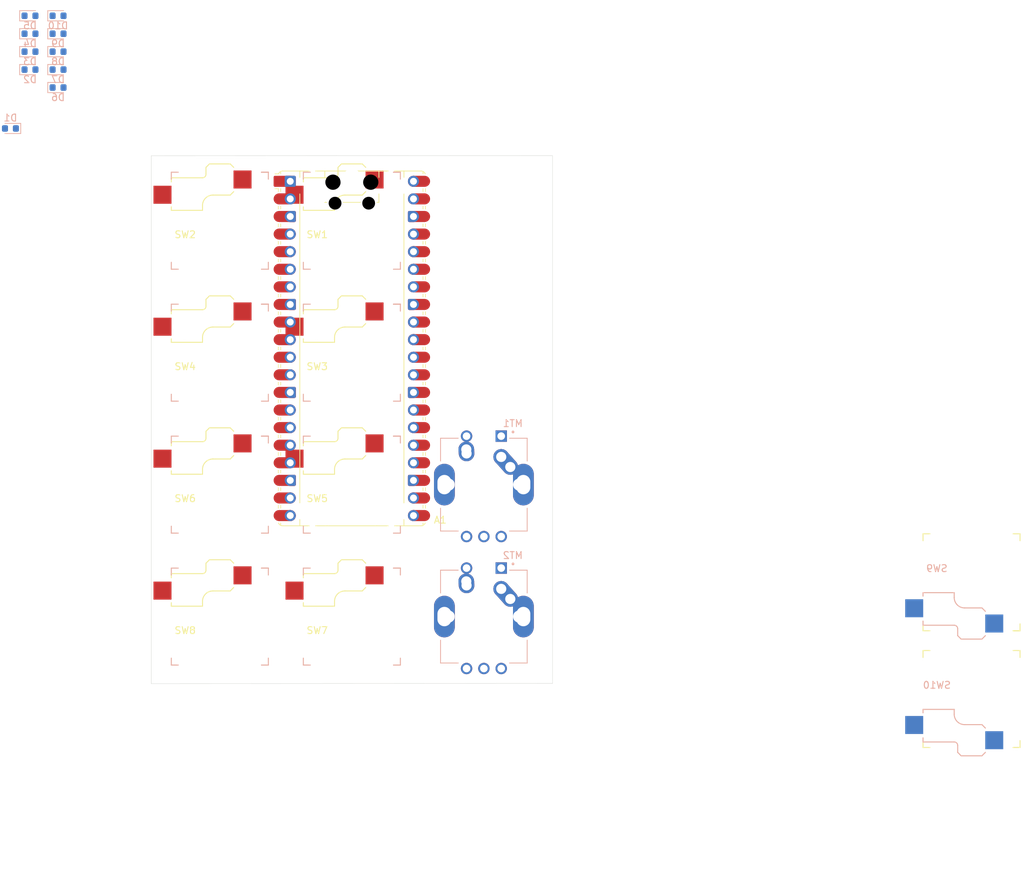
<source format=kicad_pcb>
(kicad_pcb (version 20241229) (generator "pcbnew") (generator_version "9.0")
  (layers (0 "F.Cu" signal) (4 "In1.Cu" signal) (6 "In2.Cu" signal) (2 "B.Cu" signal) (13 "F.Paste" user) (15 "B.Paste" user) (5 "F.SilkS" user "F.Silkscreen") (7 "B.SilkS" user "B.Silkscreen") (1 "F.Mask" user) (3 "B.Mask" user) (25 "Edge.Cuts" user))
  (net 0 "")
  (net 1 "col0")
  (net 2 "Net-(D_5-Pad2)")
  (net 3 "Net-(D_8-Pad2)")
  (net 4 "C0")
  (net 7 "R0")
  (net 8 "Net-(A1-GND-Pad13)")
  (net 11 "C1")
  (net 20 "R1")
  (net 24 "R3")
  (net 27 "R4")
  (net 36 "R2")
  (net 38 "Net-(D1-A)")
  (net 39 "Net-(D2-A)")
  (net 40 "Net-(D3-A)")
  (net 41 "Net-(D4-A)")
  (net 42 "Net-(D5-A)")
  (net 43 "Net-(D6-A)")
  (net 44 "Net-(D7-A)")
  (net 45 "Net-(D8-A)")
  (net 46 "Net-(D9-A)")
  (net 47 "Net-(D10-A)")
  (net 49 "Net-(MT1-SHIELD-PadS1)")
  (net 54 "Net-(MT2-SHIELD-PadS1)")
  (footprint "1_my_custom_libary_pretty:Kailh_socket_PG1350" (layer "F.Cu") (at 226.5725 103.99)
    (property "Reference" "SW9" (at -5 -2 0) (layer "B.SilkS") (effects (justify mirror)))
    (property "Value" "SWITCH")
    (pad "" np_thru_hole circle (at -5.5 0) (size 1.7018 1.7018) (drill 1.7018) (layers "*.Cu" "*.Mask"))
    (pad "" np_thru_hole circle (at -5 3.75) (size 3 3) (drill 3) (layers "*.Cu" "*.Mask"))
    (pad "" np_thru_hole circle (at 0 0) (size 3.429 3.429) (drill 3.429) (layers "*.Cu" "*.Mask"))
    (pad "" np_thru_hole circle (at 0 5.95) (size 3 3) (drill 3) (layers "*.Cu" "*.Mask"))
    (pad "" np_thru_hole circle (at 5.22 -4.2) (size 0.9906 0.9906) (drill 0.9906) (layers "*.Cu" "*.Mask"))
    (pad "" np_thru_hole circle (at 5.5 0) (size 1.7018 1.7018) (drill 1.7018) (layers "*.Cu" "*.Mask"))
    (pad "1" smd rect (at 3.275 5.95) (size 2.6 2.6) (layers "B.Cu" "B.Mask" "B.Paste") (net 46 "Net-(D9-A)"))
    (pad "2" smd rect (at -8.275 3.75) (size 2.6 2.6) (layers "B.Cu" "B.Mask" "B.Paste") (net 4 "C0"))
  )
  (footprint "Module:RaspberryPi_Pico_Common_Unspecified" (layer "F.Cu") (at 137.16 70.2275)
    (property "Reference" "A1" (at 11.7475 24.765 0) (layer "F.SilkS") (effects (justify left)))
    (property "Value" "RaspberryPi_Pico")
    (pad "" np_thru_hole circle (at -2.725 -24) (size 2.2 2.2) (drill 2.2) (layers "*.Mask"))
    (pad "" np_thru_hole circle (at -2.425 -20.97) (size 1.85 1.85) (drill 1.85) (layers "*.Mask"))
    (pad "" np_thru_hole circle (at 2.425 -20.97) (size 1.85 1.85) (drill 1.85) (layers "*.Mask"))
    (pad "" np_thru_hole circle (at 2.725 -24) (size 2.2 2.2) (drill 2.2) (layers "*.Mask"))
    (pad "1" smd custom (at -9.69 -24.13) (size 1.6 0.8) (layers "F.Cu" "F.Mask") (options (clearance outline) (anchor rect)) (primitives (gr_circle (center 0.8 0) (end 1.6 0) (width 0) (fill yes)) (gr_poly (pts (xy -1.6 -0.6) (xy -1.6 0.6) (xy -1.4 0.8) (xy 0.8 0.8) (xy 0.8 -0.8) (xy -1.4 -0.8)) (width 0) (fill yes)) (gr_circle (center -1.4 -0.6) (end -1.2 -0.6) (width 0) (fill yes)) (gr_circle (center -1.4 0.6) (end -1.2 0.6) (width 0) (fill yes))))
    (pad "1" thru_hole roundrect (at -8.89 -24.13) (size 1.6 1.6) (drill 1) (layers "*.Cu" "*.Mask") (roundrect_rratio 0.125))
    (pad "2" smd roundrect (at -9.69 -21.59) (size 3.2 1.6) (layers "F.Cu" "F.Mask") (roundrect_rratio 0.5) (net 4 "C0"))
    (pad "2" thru_hole circle (at -8.89 -21.59) (size 1.6 1.6) (drill 1) (layers "*.Cu" "*.Mask") (net 4 "C0"))
    (pad "3" smd custom (at -9.69 -19.05) (size 1.6 0.8) (layers "F.Cu" "F.Mask") (net 8 "Net-(A1-GND-Pad13)") (options (clearance outline) (anchor rect)) (primitives (gr_circle (center -0.8 0) (end 0 0) (width 0) (fill yes)) (gr_poly (pts (xy 1.6 -0.6) (xy 1.6 0.6) (xy 1.4 0.8) (xy -0.8 0.8) (xy -0.8 -0.8) (xy 1.4 -0.8)) (width 0) (fill yes)) (gr_circle (center 1.4 -0.6) (end 1.6 -0.6) (width 0) (fill yes)) (gr_circle (center 1.4 0.6) (end 1.6 0.6) (width 0) (fill yes))))
    (pad "3" thru_hole custom (at -8.89 -19.05) (size 1.6 1.6) (drill 1) (layers "*.Cu" "*.Mask") (net 8 "Net-(A1-GND-Pad13)") (options (clearance outline) (anchor circle)) (primitives (gr_poly (pts (xy 0.8 0.6) (xy 0.8 -0.6) (xy 0.6 -0.8) (xy 0 -0.8) (xy 0 0.8) (xy 0.6 0.8)) (width 0) (fill yes)) (gr_circle (center 0.6 0.6) (end 0.8 0.6) (width 0) (fill yes)) (gr_circle (center 0.6 -0.6) (end 0.8 -0.6) (width 0) (fill yes))))
    (pad "4" smd roundrect (at -9.69 -16.51) (size 3.2 1.6) (layers "F.Cu" "F.Mask") (roundrect_rratio 0.5) (net 11 "C1"))
    (pad "4" thru_hole circle (at -8.89 -16.51) (size 1.6 1.6) (drill 1) (layers "*.Cu" "*.Mask") (net 11 "C1"))
    (pad "5" smd roundrect (at -9.69 -13.97) (size 3.2 1.6) (layers "F.Cu" "F.Mask") (roundrect_rratio 0.5) (net 7 "R0"))
    (pad "5" thru_hole circle (at -8.89 -13.97) (size 1.6 1.6) (drill 1) (layers "*.Cu" "*.Mask") (net 7 "R0"))
    (pad "6" smd roundrect (at -9.69 -11.43) (size 3.2 1.6) (layers "F.Cu" "F.Mask") (roundrect_rratio 0.5) (net 20 "R1"))
    (pad "6" thru_hole circle (at -8.89 -11.43) (size 1.6 1.6) (drill 1) (layers "*.Cu" "*.Mask") (net 20 "R1"))
    (pad "7" smd roundrect (at -9.69 -8.89) (size 3.2 1.6) (layers "F.Cu" "F.Mask") (roundrect_rratio 0.5) (net 36 "R2"))
    (pad "7" thru_hole circle (at -8.89 -8.89) (size 1.6 1.6) (drill 1) (layers "*.Cu" "*.Mask") (net 36 "R2"))
    (pad "8" smd custom (at -9.69 -6.35) (size 1.6 0.8) (layers "F.Cu" "F.Mask") (net 8 "Net-(A1-GND-Pad13)") (options (clearance outline) (anchor rect)) (primitives (gr_circle (center -0.8 0) (end 0 0) (width 0) (fill yes)) (gr_poly (pts (xy 1.6 -0.6) (xy 1.6 0.6) (xy 1.4 0.8) (xy -0.8 0.8) (xy -0.8 -0.8) (xy 1.4 -0.8)) (width 0) (fill yes)) (gr_circle (center 1.4 -0.6) (end 1.6 -0.6) (width 0) (fill yes)) (gr_circle (center 1.4 0.6) (end 1.6 0.6) (width 0) (fill yes))))
    (pad "8" thru_hole custom (at -8.89 -6.35) (size 1.6 1.6) (drill 1) (layers "*.Cu" "*.Mask") (net 8 "Net-(A1-GND-Pad13)") (options (clearance outline) (anchor circle)) (primitives (gr_poly (pts (xy 0.8 0.6) (xy 0.8 -0.6) (xy 0.6 -0.8) (xy 0 -0.8) (xy 0 0.8) (xy 0.6 0.8)) (width 0) (fill yes)) (gr_circle (center 0.6 0.6) (end 0.8 0.6) (width 0) (fill yes)) (gr_circle (center 0.6 -0.6) (end 0.8 -0.6) (width 0) (fill yes))))
    (pad "9" smd roundrect (at -9.69 -3.81) (size 3.2 1.6) (layers "F.Cu" "F.Mask") (roundrect_rratio 0.5) (net 24 "R3"))
    (pad "9" thru_hole circle (at -8.89 -3.81) (size 1.6 1.6) (drill 1) (layers "*.Cu" "*.Mask") (net 24 "R3"))
    (pad "10" smd roundrect (at -9.69 -1.27) (size 3.2 1.6) (layers "F.Cu" "F.Mask") (roundrect_rratio 0.5) (net 27 "R4"))
    (pad "10" thru_hole circle (at -8.89 -1.27) (size 1.6 1.6) (drill 1) (layers "*.Cu" "*.Mask") (net 27 "R4"))
    (pad "11" smd roundrect (at -9.69 1.27) (size 3.2 1.6) (layers "F.Cu" "F.Mask") (roundrect_rratio 0.5))
    (pad "11" thru_hole circle (at -8.89 1.27) (size 1.6 1.6) (drill 1) (layers "*.Cu" "*.Mask"))
    (pad "12" smd roundrect (at -9.69 3.81) (size 3.2 1.6) (layers "F.Cu" "F.Mask") (roundrect_rratio 0.5))
    (pad "12" thru_hole circle (at -8.89 3.81) (size 1.6 1.6) (drill 1) (layers "*.Cu" "*.Mask"))
    (pad "13" smd custom (at -9.69 6.35) (size 1.6 0.8) (layers "F.Cu" "F.Mask") (net 8 "Net-(A1-GND-Pad13)") (options (clearance outline) (anchor rect)) (primitives (gr_circle (center -0.8 0) (end 0 0) (width 0) (fill yes)) (gr_poly (pts (xy 1.6 -0.6) (xy 1.6 0.6) (xy 1.4 0.8) (xy -0.8 0.8) (xy -0.8 -0.8) (xy 1.4 -0.8)) (width 0) (fill yes)) (gr_circle (center 1.4 -0.6) (end 1.6 -0.6) (width 0) (fill yes)) (gr_circle (center 1.4 0.6) (end 1.6 0.6) (width 0) (fill yes))))
    (pad "13" thru_hole custom (at -8.89 6.35) (size 1.6 1.6) (drill 1) (layers "*.Cu" "*.Mask") (net 8 "Net-(A1-GND-Pad13)") (options (clearance outline) (anchor circle)) (primitives (gr_poly (pts (xy 0.8 0.6) (xy 0.8 -0.6) (xy 0.6 -0.8) (xy 0 -0.8) (xy 0 0.8) (xy 0.6 0.8)) (width 0) (fill yes)) (gr_circle (center 0.6 0.6) (end 0.8 0.6) (width 0) (fill yes)) (gr_circle (center 0.6 -0.6) (end 0.8 -0.6) (width 0) (fill yes))))
    (pad "14" smd roundrect (at -9.69 8.89) (size 3.2 1.6) (layers "F.Cu" "F.Mask") (roundrect_rratio 0.5))
    (pad "14" thru_hole circle (at -8.89 8.89) (size 1.6 1.6) (drill 1) (layers "*.Cu" "*.Mask"))
    (pad "15" smd roundrect (at -9.69 11.43) (size 3.2 1.6) (layers "F.Cu" "F.Mask") (roundrect_rratio 0.5))
    (pad "15" thru_hole circle (at -8.89 11.43) (size 1.6 1.6) (drill 1) (layers "*.Cu" "*.Mask"))
    (pad "16" smd roundrect (at -9.69 13.97) (size 3.2 1.6) (layers "F.Cu" "F.Mask") (roundrect_rratio 0.5))
    (pad "16" thru_hole circle (at -8.89 13.97) (size 1.6 1.6) (drill 1) (layers "*.Cu" "*.Mask"))
    (pad "17" smd roundrect (at -9.69 16.51) (size 3.2 1.6) (layers "F.Cu" "F.Mask") (roundrect_rratio 0.5))
    (pad "17" thru_hole circle (at -8.89 16.51) (size 1.6 1.6) (drill 1) (layers "*.Cu" "*.Mask"))
    (pad "18" smd custom (at -9.69 19.05) (size 1.6 0.8) (layers "F.Cu" "F.Mask") (net 8 "Net-(A1-GND-Pad13)") (options (clearance outline) (anchor rect)) (primitives (gr_circle (center -0.8 0) (end 0 0) (width 0) (fill yes)) (gr_poly (pts (xy 1.6 -0.6) (xy 1.6 0.6) (xy 1.4 0.8) (xy -0.8 0.8) (xy -0.8 -0.8) (xy 1.4 -0.8)) (width 0) (fill yes)) (gr_circle (center 1.4 -0.6) (end 1.6 -0.6) (width 0) (fill yes)) (gr_circle (center 1.4 0.6) (end 1.6 0.6) (width 0) (fill yes))))
    (pad "18" thru_hole custom (at -8.89 19.05) (size 1.6 1.6) (drill 1) (layers "*.Cu" "*.Mask") (net 8 "Net-(A1-GND-Pad13)") (options (clearance outline) (anchor circle)) (primitives (gr_poly (pts (xy 0.8 0.6) (xy 0.8 -0.6) (xy 0.6 -0.8) (xy 0 -0.8) (xy 0 0.8) (xy 0.6 0.8)) (width 0) (fill yes)) (gr_circle (center 0.6 0.6) (end 0.8 0.6) (width 0) (fill yes)) (gr_circle (center 0.6 -0.6) (end 0.8 -0.6) (width 0) (fill yes))))
    (pad "19" smd roundrect (at -9.69 21.59) (size 3.2 1.6) (layers "F.Cu" "F.Mask") (roundrect_rratio 0.5))
    (pad "19" thru_hole circle (at -8.89 21.59) (size 1.6 1.6) (drill 1) (layers "*.Cu" "*.Mask"))
    (pad "20" smd roundrect (at -9.69 24.13) (size 3.2 1.6) (layers "F.Cu" "F.Mask") (roundrect_rratio 0.5))
    (pad "20" thru_hole circle (at -8.89 24.13) (size 1.6 1.6) (drill 1) (layers "*.Cu" "*.Mask"))
    (pad "21" thru_hole circle (at 8.89 24.13) (size 1.6 1.6) (drill 1) (layers "*.Cu" "*.Mask"))
    (pad "21" smd roundrect (at 9.69 24.13) (size 3.2 1.6) (layers "F.Cu" "F.Mask") (roundrect_rratio 0.5))
    (pad "22" thru_hole circle (at 8.89 21.59) (size 1.6 1.6) (drill 1) (layers "*.Cu" "*.Mask"))
    (pad "22" smd roundrect (at 9.69 21.59) (size 3.2 1.6) (layers "F.Cu" "F.Mask") (roundrect_rratio 0.5))
    (pad "23" thru_hole custom (at 8.89 19.05) (size 1.6 1.6) (drill 1) (layers "*.Cu" "*.Mask") (net 8 "Net-(A1-GND-Pad13)") (options (clearance outline) (anchor circle)) (primitives (gr_poly (pts (xy -0.8 0.6) (xy -0.8 -0.6) (xy -0.6 -0.8) (xy 0 -0.8) (xy 0 0.8) (xy -0.6 0.8)) (width 0) (fill yes)) (gr_circle (center -0.6 0.6) (end -0.4 0.6) (width 0) (fill yes)) (gr_circle (center -0.6 -0.6) (end -0.4 -0.6) (width 0) (fill yes))))
    (pad "23" smd custom (at 9.69 19.05) (size 1.6 0.8) (layers "F.Cu" "F.Mask") (net 8 "Net-(A1-GND-Pad13)") (options (clearance outline) (anchor rect)) (primitives (gr_circle (center 0.8 0) (end 1.6 0) (width 0) (fill yes)) (gr_poly (pts (xy -1.6 -0.6) (xy -1.6 0.6) (xy -1.4 0.8) (xy 0.8 0.8) (xy 0.8 -0.8) (xy -1.4 -0.8)) (width 0) (fill yes)) (gr_circle (center -1.4 -0.6) (end -1.2 -0.6) (width 0) (fill yes)) (gr_circle (center -1.4 0.6) (end -1.2 0.6) (width 0) (fill yes))))
    (pad "24" thru_hole circle (at 8.89 16.51) (size 1.6 1.6) (drill 1) (layers "*.Cu" "*.Mask"))
    (pad "24" smd roundrect (at 9.69 16.51) (size 3.2 1.6) (layers "F.Cu" "F.Mask") (roundrect_rratio 0.5))
    (pad "25" thru_hole circle (at 8.89 13.97) (size 1.6 1.6) (drill 1) (layers "*.Cu" "*.Mask"))
    (pad "25" smd roundrect (at 9.69 13.97) (size 3.2 1.6) (layers "F.Cu" "F.Mask") (roundrect_rratio 0.5))
    (pad "26" thru_hole circle (at 8.89 11.43) (size 1.6 1.6) (drill 1) (layers "*.Cu" "*.Mask"))
    (pad "26" smd roundrect (at 9.69 11.43) (size 3.2 1.6) (layers "F.Cu" "F.Mask") (roundrect_rratio 0.5))
    (pad "27" thru_hole circle (at 8.89 8.89) (size 1.6 1.6) (drill 1) (layers "*.Cu" "*.Mask"))
    (pad "27" smd roundrect (at 9.69 8.89) (size 3.2 1.6) (layers "F.Cu" "F.Mask") (roundrect_rratio 0.5))
    (pad "28" thru_hole custom (at 8.89 6.35) (size 1.6 1.6) (drill 1) (layers "*.Cu" "*.Mask") (net 8 "Net-(A1-GND-Pad13)") (options (clearance outline) (anchor circle)) (primitives (gr_poly (pts (xy -0.8 0.6) (xy -0.8 -0.6) (xy -0.6 -0.8) (xy 0 -0.8) (xy 0 0.8) (xy -0.6 0.8)) (width 0) (fill yes)) (gr_circle (center -0.6 0.6) (end -0.4 0.6) (width 0) (fill yes)) (gr_circle (center -0.6 -0.6) (end -0.4 -0.6) (width 0) (fill yes))))
    (pad "28" smd custom (at 9.69 6.35) (size 1.6 0.8) (layers "F.Cu" "F.Mask") (net 8 "Net-(A1-GND-Pad13)") (options (clearance outline) (anchor rect)) (primitives (gr_circle (center 0.8 0) (end 1.6 0) (width 0) (fill yes)) (gr_poly (pts (xy -1.6 -0.6) (xy -1.6 0.6) (xy -1.4 0.8) (xy 0.8 0.8) (xy 0.8 -0.8) (xy -1.4 -0.8)) (width 0) (fill yes)) (gr_circle (center -1.4 -0.6) (end -1.2 -0.6) (width 0) (fill yes)) (gr_circle (center -1.4 0.6) (end -1.2 0.6) (width 0) (fill yes))))
    (pad "29" thru_hole circle (at 8.89 3.81) (size 1.6 1.6) (drill 1) (layers "*.Cu" "*.Mask"))
    (pad "29" smd roundrect (at 9.69 3.81) (size 3.2 1.6) (layers "F.Cu" "F.Mask") (roundrect_rratio 0.5))
    (pad "30" thru_hole circle (at 8.89 1.27) (size 1.6 1.6) (drill 1) (layers "*.Cu" "*.Mask"))
    (pad "30" smd roundrect (at 9.69 1.27) (size 3.2 1.6) (layers "F.Cu" "F.Mask") (roundrect_rratio 0.5))
    (pad "31" thru_hole circle (at 8.89 -1.27) (size 1.6 1.6) (drill 1) (layers "*.Cu" "*.Mask"))
    (pad "31" smd roundrect (at 9.69 -1.27) (size 3.2 1.6) (layers "F.Cu" "F.Mask") (roundrect_rratio 0.5))
    (pad "32" thru_hole circle (at 8.89 -3.81) (size 1.6 1.6) (drill 1) (layers "*.Cu" "*.Mask"))
    (pad "32" smd roundrect (at 9.69 -3.81) (size 3.2 1.6) (layers "F.Cu" "F.Mask") (roundrect_rratio 0.5))
    (pad "33" thru_hole custom (at 8.89 -6.35) (size 1.6 1.6) (drill 1) (layers "*.Cu" "*.Mask") (options (clearance outline) (anchor circle)) (primitives (gr_poly (pts (xy -0.8 0.6) (xy -0.8 -0.6) (xy -0.6 -0.8) (xy 0 -0.8) (xy 0 0.8) (xy -0.6 0.8)) (width 0) (fill yes)) (gr_circle (center -0.6 0.6) (end -0.4 0.6) (width 0) (fill yes)) (gr_circle (center -0.6 -0.6) (end -0.4 -0.6) (width 0) (fill yes))))
    (pad "33" smd custom (at 9.69 -6.35) (size 1.6 0.8) (layers "F.Cu" "F.Mask") (options (clearance outline) (anchor rect)) (primitives (gr_circle (center 0.8 0) (end 1.6 0) (width 0) (fill yes)) (gr_poly (pts (xy -1.6 -0.6) (xy -1.6 0.6) (xy -1.4 0.8) (xy 0.8 0.8) (xy 0.8 -0.8) (xy -1.4 -0.8)) (width 0) (fill yes)) (gr_circle (center -1.4 -0.6) (end -1.2 -0.6) (width 0) (fill yes)) (gr_circle (center -1.4 0.6) (end -1.2 0.6) (width 0) (fill yes))))
    (pad "34" thru_hole circle (at 8.89 -8.89) (size 1.6 1.6) (drill 1) (layers "*.Cu" "*.Mask"))
    (pad "34" smd roundrect (at 9.69 -8.89) (size 3.2 1.6) (layers "F.Cu" "F.Mask") (roundrect_rratio 0.5))
    (pad "35" thru_hole circle (at 8.89 -11.43) (size 1.6 1.6) (drill 1) (layers "*.Cu" "*.Mask"))
    (pad "35" smd roundrect (at 9.69 -11.43) (size 3.2 1.6) (layers "F.Cu" "F.Mask") (roundrect_rratio 0.5))
    (pad "36" thru_hole circle (at 8.89 -13.97) (size 1.6 1.6) (drill 1) (layers "*.Cu" "*.Mask"))
    (pad "36" smd roundrect (at 9.69 -13.97) (size 3.2 1.6) (layers "F.Cu" "F.Mask") (roundrect_rratio 0.5))
    (pad "37" thru_hole circle (at 8.89 -16.51) (size 1.6 1.6) (drill 1) (layers "*.Cu" "*.Mask"))
    (pad "37" smd roundrect (at 9.69 -16.51) (size 3.2 1.6) (layers "F.Cu" "F.Mask") (roundrect_rratio 0.5))
    (pad "38" thru_hole custom (at 8.89 -19.05) (size 1.6 1.6) (drill 1) (layers "*.Cu" "*.Mask") (net 8 "Net-(A1-GND-Pad13)") (options (clearance outline) (anchor circle)) (primitives (gr_poly (pts (xy -0.8 0.6) (xy -0.8 -0.6) (xy -0.6 -0.8) (xy 0 -0.8) (xy 0 0.8) (xy -0.6 0.8)) (width 0) (fill yes)) (gr_circle (center -0.6 0.6) (end -0.4 0.6) (width 0) (fill yes)) (gr_circle (center -0.6 -0.6) (end -0.4 -0.6) (width 0) (fill yes))))
    (pad "38" smd custom (at 9.69 -19.05) (size 1.6 0.8) (layers "F.Cu" "F.Mask") (net 8 "Net-(A1-GND-Pad13)") (options (clearance outline) (anchor rect)) (primitives (gr_circle (center 0.8 0) (end 1.6 0) (width 0) (fill yes)) (gr_poly (pts (xy -1.6 -0.6) (xy -1.6 0.6) (xy -1.4 0.8) (xy 0.8 0.8) (xy 0.8 -0.8) (xy -1.4 -0.8)) (width 0) (fill yes)) (gr_circle (center -1.4 -0.6) (end -1.2 -0.6) (width 0) (fill yes)) (gr_circle (center -1.4 0.6) (end -1.2 0.6) (width 0) (fill yes))))
    (pad "39" thru_hole circle (at 8.89 -21.59) (size 1.6 1.6) (drill 1) (layers "*.Cu" "*.Mask"))
    (pad "39" smd roundrect (at 9.69 -21.59) (size 3.2 1.6) (layers "F.Cu" "F.Mask") (roundrect_rratio 0.5))
    (pad "40" thru_hole circle (at 8.89 -24.13) (size 1.6 1.6) (drill 1) (layers "*.Cu" "*.Mask"))
    (pad "40" smd roundrect (at 9.69 -24.13) (size 3.2 1.6) (layers "F.Cu" "F.Mask") (roundrect_rratio 0.5))
  )
  (footprint "1_my_custom_libary_pretty:Kailh_socket_PG1350" (layer "F.Cu") (at 226.5725 120.84)
    (property "Reference" "SW10" (at -5 -2 0) (layer "B.SilkS") (effects (justify mirror)))
    (property "Value" "SWITCH")
    (pad "" np_thru_hole circle (at -5.5 0) (size 1.7018 1.7018) (drill 1.7018) (layers "*.Cu" "*.Mask"))
    (pad "" np_thru_hole circle (at -5 3.75) (size 3 3) (drill 3) (layers "*.Cu" "*.Mask"))
    (pad "" np_thru_hole circle (at 0 0) (size 3.429 3.429) (drill 3.429) (layers "*.Cu" "*.Mask"))
    (pad "" np_thru_hole circle (at 0 5.95) (size 3 3) (drill 3) (layers "*.Cu" "*.Mask"))
    (pad "" np_thru_hole circle (at 5.22 -4.2) (size 0.9906 0.9906) (drill 0.9906) (layers "*.Cu" "*.Mask"))
    (pad "" np_thru_hole circle (at 5.5 0) (size 1.7018 1.7018) (drill 1.7018) (layers "*.Cu" "*.Mask"))
    (pad "1" smd rect (at 3.275 5.95) (size 2.6 2.6) (layers "B.Cu" "B.Mask" "B.Paste") (net 47 "Net-(D10-A)"))
    (pad "2" smd rect (at -8.275 3.75) (size 2.6 2.6) (layers "B.Cu" "B.Mask" "B.Paste") (net 11 "C1"))
  )
  (footprint "MX_Alps_Hybrid:MX-1U-NoLED" (layer "B.Cu") (at 156.21 89.88875 180)
    (property "Reference" "K_5")
    (property "Value" "KEYSW")
    (pad "" np_thru_hole circle (at -5.08 0 131.9004) (size 1.75 1.75) (drill 1.75) (layers "*.Cu" "*.Mask"))
    (pad "" np_thru_hole circle (at 0 0 180) (size 3.9878 3.9878) (drill 3.9878) (layers "*.Cu" "*.Mask"))
    (pad "" np_thru_hole circle (at 5.08 0 131.9004) (size 1.75 1.75) (drill 1.75) (layers "*.Cu" "*.Mask"))
    (pad "1" thru_hole oval (at -3.81 2.54 131.9004) (size 4.211556 2.25) (drill 1.47 (offset 0.980778 0)) (layers "*.Cu" "F.Mask") (net 1 "col0"))
    (pad "1" thru_hole circle (at -2.5 4 180) (size 2.25 2.25) (drill 1.47) (layers "*.Cu" "F.Mask") (net 1 "col0"))
    (pad "2" thru_hole oval (at 2.5 4.5 93.9452) (size 2.831378 2.25) (drill 1.47 (offset 0.290689 0)) (layers "*.Cu" "F.Mask") (net 2 "Net-(D_5-Pad2)"))
    (pad "2" thru_hole circle (at 2.54 5.08 180) (size 2.25 2.25) (drill 1.47) (layers "*.Cu" "F.Mask") (net 2 "Net-(D_5-Pad2)"))
  )
  (footprint "1_my_custom_libary_pretty:XDCR_PEC11R-4215F-S0024" (layer "B.Cu") (at 156.21 89.88875 180)
    (property "Reference" "MT1" (at -4.175 8.835 0) (layer "B.SilkS") (effects (justify mirror)))
    (property "Value" "PEC11R-4215F-S0024")
    (pad "1" thru_hole rect (at -2.5 7 180) (size 1.65 1.65) (drill 1.1) (layers "*.Cu" "*.Mask"))
    (pad "2" thru_hole circle (at 2.5 7 180) (size 1.65 1.65) (drill 1.1) (layers "*.Cu" "*.Mask"))
    (pad "A" thru_hole circle (at -2.5 -7.5 180) (size 1.65 1.65) (drill 1.1) (layers "*.Cu" "*.Mask"))
    (pad "B" thru_hole circle (at 2.5 -7.5 180) (size 1.65 1.65) (drill 1.1) (layers "*.Cu" "*.Mask"))
    (pad "COM" thru_hole circle (at 0 -7.5 180) (size 1.65 1.65) (drill 1.1) (layers "*.Cu" "*.Mask"))
    (pad "S1" thru_hole oval (at -5.7 0 180) (size 3 6) (drill oval 2 2.8) (layers "*.Cu" "*.Mask") (net 49 "Net-(MT1-SHIELD-PadS1)"))
    (pad "S2" thru_hole oval (at 5.7 0 180) (size 3 6) (drill oval 2 2.8) (layers "*.Cu" "*.Mask") (net 49 "Net-(MT1-SHIELD-PadS1)"))
  )
  (footprint "MX_Alps_Hybrid:MX-1U-NoLED" (layer "B.Cu") (at 156.21 108.93875 180)
    (property "Reference" "K_8")
    (property "Value" "KEYSW")
    (pad "" np_thru_hole circle (at -5.08 0 131.9004) (size 1.75 1.75) (drill 1.75) (layers "*.Cu" "*.Mask"))
    (pad "" np_thru_hole circle (at 0 0 180) (size 3.9878 3.9878) (drill 3.9878) (layers "*.Cu" "*.Mask"))
    (pad "" np_thru_hole circle (at 5.08 0 131.9004) (size 1.75 1.75) (drill 1.75) (layers "*.Cu" "*.Mask"))
    (pad "1" thru_hole oval (at -3.81 2.54 131.9004) (size 4.211556 2.25) (drill 1.47 (offset 0.980778 0)) (layers "*.Cu" "F.Mask") (net 1 "col0"))
    (pad "1" thru_hole circle (at -2.5 4 180) (size 2.25 2.25) (drill 1.47) (layers "*.Cu" "F.Mask") (net 1 "col0"))
    (pad "2" thru_hole oval (at 2.5 4.5 93.9452) (size 2.831378 2.25) (drill 1.47 (offset 0.290689 0)) (layers "*.Cu" "F.Mask") (net 3 "Net-(D_8-Pad2)"))
    (pad "2" thru_hole circle (at 2.54 5.08 180) (size 2.25 2.25) (drill 1.47) (layers "*.Cu" "F.Mask") (net 3 "Net-(D_8-Pad2)"))
  )
  (footprint "Diode_SMD:D_0603_1608Metric" (layer "B.Cu") (at 90.7175 22.202)
    (property "Reference" "D5" (at 0 1.43 180) (layer "B.SilkS") (effects (justify mirror)))
    (property "Value" "D")
    (pad "1" smd roundrect (at -0.7875 0) (size 0.875 0.95) (layers "B.Cu" "B.Mask" "B.Paste") (net 36 "R2"))
    (pad "2" smd roundrect (at 0.7875 0) (size 0.875 0.95) (layers "B.Cu" "B.Mask" "B.Paste") (net 42 "Net-(D5-A)"))
  )
  (footprint "Diode_SMD:D_0603_1608Metric" (layer "B.Cu") (at 94.7675 22.202)
    (property "Reference" "D10" (at 0 1.43 180) (layer "B.SilkS") (effects (justify mirror)))
    (property "Value" "D")
    (pad "1" smd roundrect (at -0.7875 0) (size 0.875 0.95) (layers "B.Cu" "B.Mask" "B.Paste") (net 27 "R4"))
    (pad "2" smd roundrect (at 0.7875 0) (size 0.875 0.95) (layers "B.Cu" "B.Mask" "B.Paste") (net 47 "Net-(D10-A)"))
  )
  (footprint "1_my_custom_libary_pretty:Kailh_socket_PG1350" (layer "B.Cu") (at 118.11 89.88875)
    (property "Reference" "SW6" (at -5 2 0) (layer "F.SilkS"))
    (property "Value" "SWITCH")
    (pad "" np_thru_hole circle (at -5.5 0) (size 1.7018 1.7018) (drill 1.7018) (layers "*.Cu" "*.Mask"))
    (pad "" np_thru_hole circle (at -5 -3.75) (size 3 3) (drill 3) (layers "*.Cu" "*.Mask"))
    (pad "" np_thru_hole circle (at 0 -5.95) (size 3 3) (drill 3) (layers "*.Cu" "*.Mask"))
    (pad "" np_thru_hole circle (at 0 0) (size 3.429 3.429) (drill 3.429) (layers "*.Cu" "*.Mask"))
    (pad "" np_thru_hole circle (at 5.22 4.2) (size 0.9906 0.9906) (drill 0.9906) (layers "*.Cu" "*.Mask"))
    (pad "" np_thru_hole circle (at 5.5 0) (size 1.7018 1.7018) (drill 1.7018) (layers "*.Cu" "*.Mask"))
    (pad "1" smd rect (at 3.275 -5.95) (size 2.6 2.6) (layers "F.Cu" "F.Mask" "F.Paste") (net 42 "Net-(D5-A)"))
    (pad "2" smd rect (at -8.275 -3.75) (size 2.6 2.6) (layers "F.Cu" "F.Mask" "F.Paste") (net 4 "C0"))
  )
  (footprint "1_my_custom_libary_pretty:XDCR_PEC11R-4215F-S0024" (layer "B.Cu") (at 156.21 108.93875 180)
    (property "Reference" "MT2" (at -4.175 8.835 0) (layer "B.SilkS") (effects (justify mirror)))
    (property "Value" "PEC11R-4215F-S0024")
    (pad "1" thru_hole rect (at -2.5 7 180) (size 1.65 1.65) (drill 1.1) (layers "*.Cu" "*.Mask"))
    (pad "2" thru_hole circle (at 2.5 7 180) (size 1.65 1.65) (drill 1.1) (layers "*.Cu" "*.Mask"))
    (pad "A" thru_hole circle (at -2.5 -7.5 180) (size 1.65 1.65) (drill 1.1) (layers "*.Cu" "*.Mask"))
    (pad "B" thru_hole circle (at 2.5 -7.5 180) (size 1.65 1.65) (drill 1.1) (layers "*.Cu" "*.Mask"))
    (pad "COM" thru_hole circle (at 0 -7.5 180) (size 1.65 1.65) (drill 1.1) (layers "*.Cu" "*.Mask"))
    (pad "S1" thru_hole oval (at -5.7 0 180) (size 3 6) (drill oval 2 2.8) (layers "*.Cu" "*.Mask") (net 54 "Net-(MT2-SHIELD-PadS1)"))
    (pad "S2" thru_hole oval (at 5.7 0 180) (size 3 6) (drill oval 2 2.8) (layers "*.Cu" "*.Mask") (net 54 "Net-(MT2-SHIELD-PadS1)"))
  )
  (footprint "1_my_custom_libary_pretty:Kailh_socket_PG1350" (layer "B.Cu") (at 137.16 89.88875)
    (property "Reference" "SW5" (at -5 2 0) (layer "F.SilkS"))
    (property "Value" "SWITCH")
    (pad "" np_thru_hole circle (at -5.5 0) (size 1.7018 1.7018) (drill 1.7018) (layers "*.Cu" "*.Mask"))
    (pad "" np_thru_hole circle (at -5 -3.75) (size 3 3) (drill 3) (layers "*.Cu" "*.Mask"))
    (pad "" np_thru_hole circle (at 0 -5.95) (size 3 3) (drill 3) (layers "*.Cu" "*.Mask"))
    (pad "" np_thru_hole circle (at 0 0) (size 3.429 3.429) (drill 3.429) (layers "*.Cu" "*.Mask"))
    (pad "" np_thru_hole circle (at 5.22 4.2) (size 0.9906 0.9906) (drill 0.9906) (layers "*.Cu" "*.Mask"))
    (pad "" np_thru_hole circle (at 5.5 0) (size 1.7018 1.7018) (drill 1.7018) (layers "*.Cu" "*.Mask"))
    (pad "1" smd rect (at 3.275 -5.95) (size 2.6 2.6) (layers "F.Cu" "F.Mask" "F.Paste") (net 43 "Net-(D6-A)"))
    (pad "2" smd rect (at -8.275 -3.75) (size 2.6 2.6) (layers "F.Cu" "F.Mask" "F.Paste") (net 11 "C1"))
  )
  (footprint "Diode_SMD:D_0603_1608Metric" (layer "B.Cu") (at 90.7175 27.382)
    (property "Reference" "D3" (at 0 1.43 180) (layer "B.SilkS") (effects (justify mirror)))
    (property "Value" "D")
    (pad "1" smd roundrect (at -0.7875 0) (size 0.875 0.95) (layers "B.Cu" "B.Mask" "B.Paste") (net 20 "R1"))
    (pad "2" smd roundrect (at 0.7875 0) (size 0.875 0.95) (layers "B.Cu" "B.Mask" "B.Paste") (net 40 "Net-(D3-A)"))
  )
  (footprint "1_my_custom_libary_pretty:Kailh_socket_PG1350" (layer "B.Cu") (at 118.11 108.93875)
    (property "Reference" "SW8" (at -5 2 0) (layer "F.SilkS"))
    (property "Value" "SWITCH")
    (pad "" np_thru_hole circle (at -5.5 0) (size 1.7018 1.7018) (drill 1.7018) (layers "*.Cu" "*.Mask"))
    (pad "" np_thru_hole circle (at -5 -3.75) (size 3 3) (drill 3) (layers "*.Cu" "*.Mask"))
    (pad "" np_thru_hole circle (at 0 -5.95) (size 3 3) (drill 3) (layers "*.Cu" "*.Mask"))
    (pad "" np_thru_hole circle (at 0 0) (size 3.429 3.429) (drill 3.429) (layers "*.Cu" "*.Mask"))
    (pad "" np_thru_hole circle (at 5.22 4.2) (size 0.9906 0.9906) (drill 0.9906) (layers "*.Cu" "*.Mask"))
    (pad "" np_thru_hole circle (at 5.5 0) (size 1.7018 1.7018) (drill 1.7018) (layers "*.Cu" "*.Mask"))
    (pad "1" smd rect (at 3.275 -5.95) (size 2.6 2.6) (layers "F.Cu" "F.Mask" "F.Paste") (net 44 "Net-(D7-A)"))
    (pad "2" smd rect (at -8.275 -3.75) (size 2.6 2.6) (layers "F.Cu" "F.Mask" "F.Paste") (net 4 "C0"))
  )
  (footprint "1_my_custom_libary_pretty:Kailh_socket_PG1350" (layer "B.Cu") (at 118.11 70.83875)
    (property "Reference" "SW4" (at -5 2 0) (layer "F.SilkS"))
    (property "Value" "SWITCH")
    (pad "" np_thru_hole circle (at -5.5 0) (size 1.7018 1.7018) (drill 1.7018) (layers "*.Cu" "*.Mask"))
    (pad "" np_thru_hole circle (at -5 -3.75) (size 3 3) (drill 3) (layers "*.Cu" "*.Mask"))
    (pad "" np_thru_hole circle (at 0 -5.95) (size 3 3) (drill 3) (layers "*.Cu" "*.Mask"))
    (pad "" np_thru_hole circle (at 0 0) (size 3.429 3.429) (drill 3.429) (layers "*.Cu" "*.Mask"))
    (pad "" np_thru_hole circle (at 5.22 4.2) (size 0.9906 0.9906) (drill 0.9906) (layers "*.Cu" "*.Mask"))
    (pad "" np_thru_hole circle (at 5.5 0) (size 1.7018 1.7018) (drill 1.7018) (layers "*.Cu" "*.Mask"))
    (pad "1" smd rect (at 3.275 -5.95) (size 2.6 2.6) (layers "F.Cu" "F.Mask" "F.Paste") (net 40 "Net-(D3-A)"))
    (pad "2" smd rect (at -8.275 -3.75) (size 2.6 2.6) (layers "F.Cu" "F.Mask" "F.Paste") (net 4 "C0"))
  )
  (footprint "Diode_SMD:D_0603_1608Metric" (layer "B.Cu") (at 94.7675 32.562)
    (property "Reference" "D6" (at 0 1.43 180) (layer "B.SilkS") (effects (justify mirror)))
    (property "Value" "D")
    (pad "1" smd roundrect (at -0.7875 0) (size 0.875 0.95) (layers "B.Cu" "B.Mask" "B.Paste") (net 36 "R2"))
    (pad "2" smd roundrect (at 0.7875 0) (size 0.875 0.95) (layers "B.Cu" "B.Mask" "B.Paste") (net 43 "Net-(D6-A)"))
  )
  (footprint "1_my_custom_libary_pretty:Kailh_socket_PG1350" (layer "B.Cu") (at 137.16 70.83875)
    (property "Reference" "SW3" (at -5 2 0) (layer "F.SilkS"))
    (property "Value" "SWITCH")
    (pad "" np_thru_hole circle (at -5.5 0) (size 1.7018 1.7018) (drill 1.7018) (layers "*.Cu" "*.Mask"))
    (pad "" np_thru_hole circle (at -5 -3.75) (size 3 3) (drill 3) (layers "*.Cu" "*.Mask"))
    (pad "" np_thru_hole circle (at 0 -5.95) (size 3 3) (drill 3) (layers "*.Cu" "*.Mask"))
    (pad "" np_thru_hole circle (at 0 0) (size 3.429 3.429) (drill 3.429) (layers "*.Cu" "*.Mask"))
    (pad "" np_thru_hole circle (at 5.22 4.2) (size 0.9906 0.9906) (drill 0.9906) (layers "*.Cu" "*.Mask"))
    (pad "" np_thru_hole circle (at 5.5 0) (size 1.7018 1.7018) (drill 1.7018) (layers "*.Cu" "*.Mask"))
    (pad "1" smd rect (at 3.275 -5.95) (size 2.6 2.6) (layers "F.Cu" "F.Mask" "F.Paste") (net 41 "Net-(D4-A)"))
    (pad "2" smd rect (at -8.275 -3.75) (size 2.6 2.6) (layers "F.Cu" "F.Mask" "F.Paste") (net 11 "C1"))
  )
  (footprint "Diode_SMD:D_0603_1608Metric" (layer "B.Cu") (at 94.7675 27.382)
    (property "Reference" "D8" (at 0 1.43 180) (layer "B.SilkS") (effects (justify mirror)))
    (property "Value" "D")
    (pad "1" smd roundrect (at -0.7875 0) (size 0.875 0.95) (layers "B.Cu" "B.Mask" "B.Paste") (net 24 "R3"))
    (pad "2" smd roundrect (at 0.7875 0) (size 0.875 0.95) (layers "B.Cu" "B.Mask" "B.Paste") (net 45 "Net-(D8-A)"))
  )
  (footprint "Diode_SMD:D_0603_1608Metric" (layer "B.Cu") (at 94.7675 24.792)
    (property "Reference" "D9" (at 0 1.43 180) (layer "B.SilkS") (effects (justify mirror)))
    (property "Value" "D")
    (pad "1" smd roundrect (at -0.7875 0) (size 0.875 0.95) (layers "B.Cu" "B.Mask" "B.Paste") (net 27 "R4"))
    (pad "2" smd roundrect (at 0.7875 0) (size 0.875 0.95) (layers "B.Cu" "B.Mask" "B.Paste") (net 46 "Net-(D9-A)"))
  )
  (footprint "1_my_custom_libary_pretty:Kailh_socket_PG1350" (layer "B.Cu") (at 137.16 108.93875)
    (property "Reference" "SW7" (at -5 2 0) (layer "F.SilkS"))
    (property "Value" "SWITCH")
    (pad "" np_thru_hole circle (at -5.5 0) (size 1.7018 1.7018) (drill 1.7018) (layers "*.Cu" "*.Mask"))
    (pad "" np_thru_hole circle (at -5 -3.75) (size 3 3) (drill 3) (layers "*.Cu" "*.Mask"))
    (pad "" np_thru_hole circle (at 0 -5.95) (size 3 3) (drill 3) (layers "*.Cu" "*.Mask"))
    (pad "" np_thru_hole circle (at 0 0) (size 3.429 3.429) (drill 3.429) (layers "*.Cu" "*.Mask"))
    (pad "" np_thru_hole circle (at 5.22 4.2) (size 0.9906 0.9906) (drill 0.9906) (layers "*.Cu" "*.Mask"))
    (pad "" np_thru_hole circle (at 5.5 0) (size 1.7018 1.7018) (drill 1.7018) (layers "*.Cu" "*.Mask"))
    (pad "1" smd rect (at 3.275 -5.95) (size 2.6 2.6) (layers "F.Cu" "F.Mask" "F.Paste") (net 45 "Net-(D8-A)"))
    (pad "2" smd rect (at -8.275 -3.75) (size 2.6 2.6) (layers "F.Cu" "F.Mask" "F.Paste") (net 11 "C1"))
  )
  (footprint "Diode_SMD:D_0603_1608Metric" (layer "B.Cu") (at 90.7175 24.792)
    (property "Reference" "D4" (at 0 1.43 180) (layer "B.SilkS") (effects (justify mirror)))
    (property "Value" "D")
    (pad "1" smd roundrect (at -0.7875 0) (size 0.875 0.95) (layers "B.Cu" "B.Mask" "B.Paste") (net 20 "R1"))
    (pad "2" smd roundrect (at 0.7875 0) (size 0.875 0.95) (layers "B.Cu" "B.Mask" "B.Paste") (net 41 "Net-(D4-A)"))
  )
  (footprint "1_my_custom_libary_pretty:Kailh_socket_PG1350" (layer "B.Cu") (at 137.16 51.78875)
    (property "Reference" "SW1" (at -5 2 0) (layer "F.SilkS"))
    (property "Value" "SWITCH")
    (pad "" np_thru_hole circle (at -5.5 0) (size 1.7018 1.7018) (drill 1.7018) (layers "*.Cu" "*.Mask"))
    (pad "" np_thru_hole circle (at -5 -3.75) (size 3 3) (drill 3) (layers "*.Cu" "*.Mask"))
    (pad "" np_thru_hole circle (at 0 -5.95) (size 3 3) (drill 3) (layers "*.Cu" "*.Mask"))
    (pad "" np_thru_hole circle (at 0 0) (size 3.429 3.429) (drill 3.429) (layers "*.Cu" "*.Mask"))
    (pad "" np_thru_hole circle (at 5.22 4.2) (size 0.9906 0.9906) (drill 0.9906) (layers "*.Cu" "*.Mask"))
    (pad "" np_thru_hole circle (at 5.5 0) (size 1.7018 1.7018) (drill 1.7018) (layers "*.Cu" "*.Mask"))
    (pad "1" smd rect (at 3.275 -5.95) (size 2.6 2.6) (layers "F.Cu" "F.Mask" "F.Paste") (net 39 "Net-(D2-A)"))
    (pad "2" smd rect (at -8.275 -3.75) (size 2.6 2.6) (layers "F.Cu" "F.Mask" "F.Paste") (net 11 "C1"))
  )
  (footprint "1_my_custom_libary_pretty:Kailh_socket_PG1350" (layer "B.Cu") (at 118.11 51.78875)
    (property "Reference" "SW2" (at -5 2 0) (layer "F.SilkS"))
    (property "Value" "SWITCH")
    (pad "" np_thru_hole circle (at -5.5 0) (size 1.7018 1.7018) (drill 1.7018) (layers "*.Cu" "*.Mask"))
    (pad "" np_thru_hole circle (at -5 -3.75) (size 3 3) (drill 3) (layers "*.Cu" "*.Mask"))
    (pad "" np_thru_hole circle (at 0 -5.95) (size 3 3) (drill 3) (layers "*.Cu" "*.Mask"))
    (pad "" np_thru_hole circle (at 0 0) (size 3.429 3.429) (drill 3.429) (layers "*.Cu" "*.Mask"))
    (pad "" np_thru_hole circle (at 5.22 4.2) (size 0.9906 0.9906) (drill 0.9906) (layers "*.Cu" "*.Mask"))
    (pad "" np_thru_hole circle (at 5.5 0) (size 1.7018 1.7018) (drill 1.7018) (layers "*.Cu" "*.Mask"))
    (pad "1" smd rect (at 3.275 -5.95) (size 2.6 2.6) (layers "F.Cu" "F.Mask" "F.Paste") (net 38 "Net-(D1-A)"))
    (pad "2" smd rect (at -8.275 -3.75) (size 2.6 2.6) (layers "F.Cu" "F.Mask" "F.Paste") (net 4 "C0"))
  )
  (footprint "Diode_SMD:D_0603_1608Metric" (layer "B.Cu") (at 94.7675 29.972)
    (property "Reference" "D7" (at 0 1.43 180) (layer "B.SilkS") (effects (justify mirror)))
    (property "Value" "D")
    (pad "1" smd roundrect (at -0.7875 0) (size 0.875 0.95) (layers "B.Cu" "B.Mask" "B.Paste") (net 24 "R3"))
    (pad "2" smd roundrect (at 0.7875 0) (size 0.875 0.95) (layers "B.Cu" "B.Mask" "B.Paste") (net 44 "Net-(D7-A)"))
  )
  (footprint "Diode_SMD:D_0603_1608Metric" (layer "B.Cu") (at 90.7175 29.972)
    (property "Reference" "D2" (at 0 1.43 180) (layer "B.SilkS") (effects (justify mirror)))
    (property "Value" "D")
    (pad "1" smd roundrect (at -0.7875 0) (size 0.875 0.95) (layers "B.Cu" "B.Mask" "B.Paste") (net 7 "R0"))
    (pad "2" smd roundrect (at 0.7875 0) (size 0.875 0.95) (layers "B.Cu" "B.Mask" "B.Paste") (net 39 "Net-(D2-A)"))
  )
  (footprint "Diode_SMD:D_0603_1608Metric" (layer "B.Cu") (at 87.8955 38.4705 180)
    (property "Reference" "D1" (at 0 1.524 0) (layer "B.SilkS") (effects (justify mirror)))
    (property "Value" "D")
    (pad "1" smd roundrect (at -0.7875 0 180) (size 0.875 0.95) (layers "B.Cu" "B.Mask" "B.Paste") (net 7 "R0"))
    (pad "2" smd roundrect (at 0.7875 0 180) (size 0.875 0.95) (layers "B.Cu" "B.Mask" "B.Paste") (net 38 "Net-(D1-A)"))
  )
  (gr_line (start 108.204 118.618) (end 166.116 118.59075) (stroke (width 0.05)) (layer "Edge.Cuts"))
  (gr_line (start 108.204 42.418) (end 108.204 118.618) (stroke (width 0.05)) (layer "Edge.Cuts"))
  (gr_line (start 166.116 118.59075) (end 166.116 42.418) (stroke (width 0.05)) (layer "Edge.Cuts"))
  (gr_line (start 166.116 42.39075) (end 108.204 42.418) (stroke (width 0.05)) (layer "Edge.Cuts"))
)
</source>
